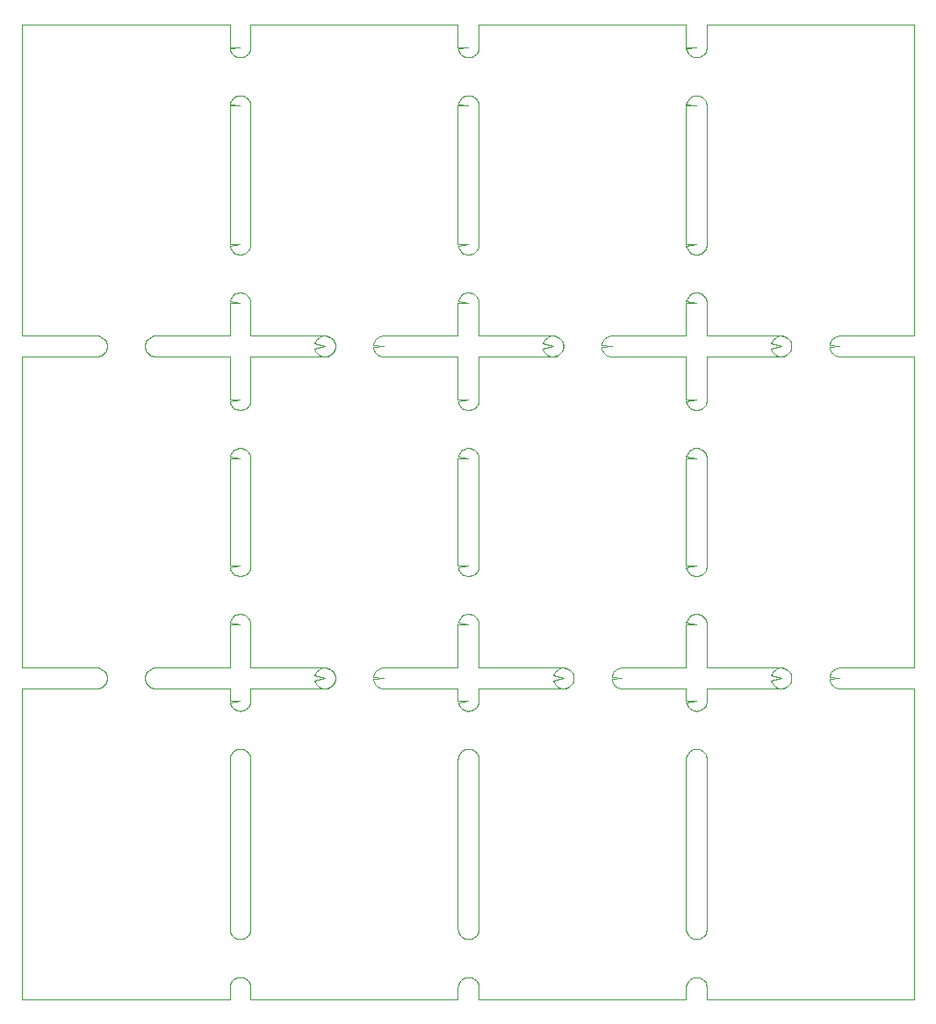
<source format=gko>
%MOIN*%
%OFA0B0*%
%FSLAX36Y36*%
%IPPOS*%
%LPD*%
%ADD10C,0*%
D10*
X001732283Y002440944D02*
X001732283Y002440944D01*
X001732283Y002276709D01*
X001731798Y002270550D01*
X001730356Y002264543D01*
X001727992Y002258836D01*
X001724764Y002253568D01*
X001720752Y002248870D01*
X001716054Y002244858D01*
X001710787Y002241630D01*
X001705079Y002239266D01*
X001699072Y002237824D01*
X001692913Y002237339D01*
X001686754Y002237824D01*
X001680747Y002239266D01*
X001675039Y002241630D01*
X001669772Y002244858D01*
X001665074Y002248870D01*
X001661062Y002253568D01*
X001657834Y002258836D01*
X001655470Y002264543D01*
X001654028Y002270550D01*
X001692913Y002276709D01*
X001653543Y002276709D01*
X001653543Y002440944D01*
X001371197Y002440944D01*
X001368108Y002441066D01*
X001365039Y002441429D01*
X001362007Y002442032D01*
X001359031Y002442871D01*
X001356131Y002443941D01*
X001353324Y002445235D01*
X001350627Y002446746D01*
X001348056Y002448463D01*
X001345629Y002450377D01*
X001343359Y002452476D01*
X001341260Y002454746D01*
X001339346Y002457173D01*
X001337629Y002459744D01*
X001336118Y002462441D01*
X001334824Y002465248D01*
X001333754Y002468148D01*
X001332915Y002471124D01*
X001332312Y002474156D01*
X001331949Y002477226D01*
X001371197Y002480314D01*
X001331949Y002483403D01*
X001332312Y002486473D01*
X001332915Y002489505D01*
X001333754Y002492480D01*
X001334824Y002495381D01*
X001336118Y002498188D01*
X001337629Y002500885D01*
X001339346Y002503456D01*
X001341260Y002505883D01*
X001343359Y002508153D01*
X001345629Y002510252D01*
X001348056Y002512166D01*
X001350627Y002513883D01*
X001353324Y002515393D01*
X001356131Y002516688D01*
X001359031Y002517758D01*
X001362007Y002518597D01*
X001365039Y002519200D01*
X001368108Y002519563D01*
X001371197Y002519685D01*
X001653543Y002519685D01*
X001653543Y002644550D01*
X001692913Y002644550D01*
X001654028Y002650708D01*
X001655470Y002656716D01*
X001657834Y002662423D01*
X001661062Y002667691D01*
X001665074Y002672388D01*
X001669772Y002676401D01*
X001675039Y002679629D01*
X001680747Y002681993D01*
X001686754Y002683435D01*
X001692913Y002683920D01*
X001699072Y002683435D01*
X001705079Y002681993D01*
X001710787Y002679629D01*
X001716054Y002676401D01*
X001720752Y002672388D01*
X001724764Y002667691D01*
X001727992Y002662423D01*
X001730356Y002656716D01*
X001731798Y002650708D01*
X001732283Y002644550D01*
X001732283Y002519685D01*
X002014628Y002519685D01*
X002023819Y002518597D01*
X002032502Y002515393D01*
X002040197Y002510252D01*
X002046479Y002503456D01*
X002051002Y002495381D01*
X002053514Y002486473D01*
X002053877Y002477226D01*
X002052072Y002468148D01*
X002048197Y002459744D01*
X002042467Y002452476D01*
X002035199Y002446746D01*
X002026794Y002442871D01*
X002017717Y002441066D01*
X002008470Y002441429D01*
X001999562Y002443941D01*
X001991487Y002448463D01*
X001984691Y002454746D01*
X001979549Y002462441D01*
X001976346Y002471124D01*
X002014628Y002480314D01*
X001976346Y002489505D01*
X001979549Y002498188D01*
X001984691Y002505883D01*
X001991487Y002512166D01*
X001999562Y002516688D01*
X002008470Y002519200D01*
X002017717Y002519563D01*
X002026794Y002517758D01*
X002035199Y002513883D01*
X002042467Y002508153D01*
X002048197Y002500885D01*
X002052072Y002492480D01*
X002053877Y002483403D01*
X002053514Y002474156D01*
X002051002Y002465248D01*
X002046479Y002457173D01*
X002040197Y002450377D01*
X002032502Y002445235D01*
X002023819Y002442032D01*
X002014628Y002440944D01*
X001732283Y002440944D01*
X001732283Y001424077D02*
X001732283Y001424077D01*
X001732283Y001259842D01*
X002053998Y001259842D01*
X002063189Y001258754D01*
X002071872Y001255551D01*
X002079567Y001250409D01*
X002085849Y001243613D01*
X002090372Y001235538D01*
X002092884Y001226631D01*
X002093247Y001217383D01*
X002091442Y001208306D01*
X002087567Y001199901D01*
X002081837Y001192633D01*
X002074569Y001186903D01*
X002066164Y001183029D01*
X002057087Y001181223D01*
X002047840Y001181587D01*
X002038932Y001184099D01*
X002030857Y001188621D01*
X002024061Y001194903D01*
X002018919Y001202598D01*
X002015716Y001211281D01*
X002053998Y001220472D01*
X002015716Y001229663D01*
X002018919Y001238346D01*
X002024061Y001246041D01*
X002030857Y001252323D01*
X002038932Y001256845D01*
X002047840Y001259357D01*
X002057087Y001259721D01*
X002066164Y001257915D01*
X002074569Y001254040D01*
X002081837Y001248311D01*
X002087567Y001241043D01*
X002091442Y001232638D01*
X002093247Y001223561D01*
X002092884Y001214313D01*
X002090372Y001205406D01*
X002085849Y001197331D01*
X002079567Y001190535D01*
X002071872Y001185393D01*
X002063189Y001182190D01*
X002053998Y001181102D01*
X001732283Y001181102D01*
X001732283Y001134977D01*
X001731798Y001128818D01*
X001730356Y001122811D01*
X001727992Y001117103D01*
X001724764Y001111836D01*
X001720752Y001107138D01*
X001716054Y001103126D01*
X001710787Y001099898D01*
X001705079Y001097534D01*
X001699072Y001096092D01*
X001692913Y001095607D01*
X001686754Y001096092D01*
X001680747Y001097534D01*
X001675039Y001099898D01*
X001669772Y001103126D01*
X001665074Y001107138D01*
X001661062Y001111836D01*
X001657834Y001117103D01*
X001655470Y001122811D01*
X001654028Y001128818D01*
X001692913Y001134977D01*
X001653543Y001134977D01*
X001653543Y001181102D01*
X001371197Y001181102D01*
X001368108Y001181223D01*
X001365039Y001181587D01*
X001362007Y001182190D01*
X001359031Y001183029D01*
X001356131Y001184099D01*
X001353324Y001185393D01*
X001350627Y001186903D01*
X001348056Y001188621D01*
X001345629Y001190535D01*
X001343359Y001192633D01*
X001341260Y001194903D01*
X001339346Y001197331D01*
X001337629Y001199901D01*
X001336118Y001202598D01*
X001334824Y001205406D01*
X001333754Y001208306D01*
X001332915Y001211281D01*
X001332312Y001214313D01*
X001331949Y001217383D01*
X001371197Y001220472D01*
X001331949Y001223561D01*
X001332312Y001226631D01*
X001332915Y001229663D01*
X001333754Y001232638D01*
X001334824Y001235538D01*
X001336118Y001238346D01*
X001337629Y001241043D01*
X001339346Y001243613D01*
X001341260Y001246041D01*
X001343359Y001248311D01*
X001345629Y001250409D01*
X001348056Y001252323D01*
X001350627Y001254040D01*
X001353324Y001255551D01*
X001356131Y001256845D01*
X001359031Y001257915D01*
X001362007Y001258754D01*
X001365039Y001259357D01*
X001368108Y001259721D01*
X001371197Y001259842D01*
X001653543Y001259842D01*
X001653543Y001424077D01*
X001692913Y001424077D01*
X001654028Y001430236D01*
X001655470Y001436243D01*
X001657834Y001441951D01*
X001661062Y001447218D01*
X001665074Y001451916D01*
X001669772Y001455928D01*
X001675039Y001459156D01*
X001680747Y001461520D01*
X001686754Y001462963D01*
X001692913Y001463447D01*
X001699072Y001462963D01*
X001705079Y001461520D01*
X001710787Y001459156D01*
X001716054Y001455928D01*
X001720752Y001451916D01*
X001724764Y001447218D01*
X001727992Y001441951D01*
X001730356Y001436243D01*
X001731798Y001430236D01*
X001732283Y001424077D01*
X002276709Y001259842D02*
X002276709Y001259842D01*
X002519685Y001259842D01*
X002519685Y001424077D01*
X002559055Y001424077D01*
X002520169Y001430236D01*
X002521611Y001436243D01*
X002523976Y001441951D01*
X002527204Y001447218D01*
X002531216Y001451916D01*
X002535913Y001455928D01*
X002541181Y001459156D01*
X002546889Y001461520D01*
X002552896Y001462963D01*
X002559055Y001463447D01*
X002565213Y001462963D01*
X002571221Y001461520D01*
X002576928Y001459156D01*
X002582196Y001455928D01*
X002586893Y001451916D01*
X002590906Y001447218D01*
X002594134Y001441951D01*
X002596498Y001436243D01*
X002597940Y001430236D01*
X002598425Y001424077D01*
X002598425Y001259842D01*
X002880770Y001259842D01*
X002889961Y001258754D01*
X002898644Y001255551D01*
X002906339Y001250409D01*
X002912621Y001243613D01*
X002917143Y001235538D01*
X002919655Y001226631D01*
X002920019Y001217383D01*
X002918213Y001208306D01*
X002914339Y001199901D01*
X002908609Y001192633D01*
X002901341Y001186903D01*
X002892936Y001183029D01*
X002883859Y001181223D01*
X002874611Y001181587D01*
X002865704Y001184099D01*
X002857629Y001188621D01*
X002850833Y001194903D01*
X002845691Y001202598D01*
X002842488Y001211281D01*
X002880770Y001220472D01*
X002842488Y001229663D01*
X002845691Y001238346D01*
X002850833Y001246041D01*
X002857629Y001252323D01*
X002865704Y001256845D01*
X002874611Y001259357D01*
X002883859Y001259721D01*
X002892936Y001257915D01*
X002901341Y001254040D01*
X002908609Y001248311D01*
X002914339Y001241043D01*
X002918213Y001232638D01*
X002920019Y001223561D01*
X002919655Y001214313D01*
X002917143Y001205406D01*
X002912621Y001197331D01*
X002906339Y001190535D01*
X002898644Y001185393D01*
X002889961Y001182190D01*
X002880770Y001181102D01*
X002598425Y001181102D01*
X002598425Y001134977D01*
X002597940Y001128818D01*
X002596498Y001122811D01*
X002594134Y001117103D01*
X002590906Y001111836D01*
X002586893Y001107138D01*
X002582196Y001103126D01*
X002576928Y001099898D01*
X002571221Y001097534D01*
X002565213Y001096092D01*
X002559055Y001095607D01*
X002552896Y001096092D01*
X002546889Y001097534D01*
X002541181Y001099898D01*
X002535913Y001103126D01*
X002531216Y001107138D01*
X002527204Y001111836D01*
X002523976Y001117103D01*
X002521611Y001122811D01*
X002520169Y001128818D01*
X002559055Y001134977D01*
X002519685Y001134977D01*
X002519685Y001181102D01*
X002276709Y001181102D01*
X002273620Y001181223D01*
X002270550Y001181587D01*
X002267518Y001182190D01*
X002264543Y001183029D01*
X002261643Y001184099D01*
X002258836Y001185393D01*
X002256138Y001186903D01*
X002253568Y001188621D01*
X002251140Y001190535D01*
X002248870Y001192633D01*
X002246772Y001194903D01*
X002244858Y001197331D01*
X002243141Y001199901D01*
X002241630Y001202598D01*
X002240336Y001205406D01*
X002239266Y001208306D01*
X002238427Y001211281D01*
X002237824Y001214313D01*
X002237461Y001217383D01*
X002276709Y001220472D01*
X002237461Y001223561D01*
X002237824Y001226631D01*
X002238427Y001229663D01*
X002239266Y001232638D01*
X002240336Y001235538D01*
X002241630Y001238346D01*
X002243141Y001241043D01*
X002244858Y001243613D01*
X002246772Y001246041D01*
X002248870Y001248311D01*
X002251140Y001250409D01*
X002253568Y001252323D01*
X002256138Y001254040D01*
X002258836Y001255551D01*
X002261643Y001256845D01*
X002264543Y001257915D01*
X002267518Y001258754D01*
X002270550Y001259357D01*
X002273620Y001259721D01*
X002276709Y001259842D01*
X000787401Y003392581D02*
X000787401Y003392581D01*
X000826771Y003392581D01*
X000787886Y003398740D01*
X000789328Y003404747D01*
X000791692Y003410455D01*
X000794920Y003415722D01*
X000798932Y003420420D01*
X000803630Y003424432D01*
X000808898Y003427660D01*
X000814605Y003430024D01*
X000820612Y003431466D01*
X000826771Y003431951D01*
X000832930Y003431466D01*
X000838937Y003430024D01*
X000844645Y003427660D01*
X000849912Y003424432D01*
X000854610Y003420420D01*
X000858622Y003415722D01*
X000861850Y003410455D01*
X000864214Y003404747D01*
X000865657Y003398740D01*
X000866141Y003392581D01*
X000866141Y002867260D01*
X000865657Y002861102D01*
X000864214Y002855094D01*
X000861850Y002849387D01*
X000858622Y002844119D01*
X000854610Y002839422D01*
X000849912Y002835409D01*
X000844645Y002832181D01*
X000838937Y002829817D01*
X000832930Y002828375D01*
X000826771Y002827890D01*
X000820612Y002828375D01*
X000814605Y002829817D01*
X000808898Y002832181D01*
X000803630Y002835409D01*
X000798932Y002839422D01*
X000794920Y002844119D01*
X000791692Y002849387D01*
X000789328Y002855094D01*
X000787886Y002861102D01*
X000826771Y002867260D01*
X000787401Y002867260D01*
X000787401Y003392581D01*
X002598425Y002276709D02*
X002598425Y002276709D01*
X002597940Y002270550D01*
X002596498Y002264543D01*
X002594134Y002258836D01*
X002590906Y002253568D01*
X002586893Y002248870D01*
X002582196Y002244858D01*
X002576928Y002241630D01*
X002571221Y002239266D01*
X002565213Y002237824D01*
X002559055Y002237339D01*
X002552896Y002237824D01*
X002546889Y002239266D01*
X002541181Y002241630D01*
X002535913Y002244858D01*
X002531216Y002248870D01*
X002527204Y002253568D01*
X002523976Y002258836D01*
X002521611Y002264543D01*
X002520169Y002270550D01*
X002559055Y002276709D01*
X002519685Y002276709D01*
X002519685Y002440944D01*
X002237339Y002440944D01*
X002234250Y002441066D01*
X002231180Y002441429D01*
X002228148Y002442032D01*
X002225173Y002442871D01*
X002222273Y002443941D01*
X002219466Y002445235D01*
X002216768Y002446746D01*
X002214198Y002448463D01*
X002211770Y002450377D01*
X002209500Y002452476D01*
X002207402Y002454746D01*
X002205488Y002457173D01*
X002203771Y002459744D01*
X002202260Y002462441D01*
X002200966Y002465248D01*
X002199896Y002468148D01*
X002199057Y002471124D01*
X002198454Y002474156D01*
X002198090Y002477226D01*
X002237339Y002480314D01*
X002198090Y002483403D01*
X002198454Y002486473D01*
X002199057Y002489505D01*
X002199896Y002492480D01*
X002200966Y002495381D01*
X002202260Y002498188D01*
X002203771Y002500885D01*
X002205488Y002503456D01*
X002207402Y002505883D01*
X002209500Y002508153D01*
X002211770Y002510252D01*
X002214198Y002512166D01*
X002216768Y002513883D01*
X002219466Y002515393D01*
X002222273Y002516688D01*
X002225173Y002517758D01*
X002228148Y002518597D01*
X002231180Y002519200D01*
X002234250Y002519563D01*
X002237339Y002519685D01*
X002519685Y002519685D01*
X002519685Y002644550D01*
X002559055Y002644550D01*
X002520169Y002650708D01*
X002521611Y002656716D01*
X002523976Y002662423D01*
X002527204Y002667691D01*
X002531216Y002672388D01*
X002535913Y002676401D01*
X002541181Y002679629D01*
X002546889Y002681993D01*
X002552896Y002683435D01*
X002559055Y002683920D01*
X002565213Y002683435D01*
X002571221Y002681993D01*
X002576928Y002679629D01*
X002582196Y002676401D01*
X002586893Y002672388D01*
X002590906Y002667691D01*
X002594134Y002662423D01*
X002596498Y002656716D01*
X002597940Y002650708D01*
X002598425Y002644550D01*
X002598425Y002519685D01*
X002880770Y002519685D01*
X002889961Y002518597D01*
X002898644Y002515393D01*
X002906339Y002510252D01*
X002912621Y002503456D01*
X002917143Y002495381D01*
X002919655Y002486473D01*
X002920019Y002477226D01*
X002918213Y002468148D01*
X002914339Y002459744D01*
X002908609Y002452476D01*
X002901341Y002446746D01*
X002892936Y002442871D01*
X002883859Y002441066D01*
X002874611Y002441429D01*
X002865704Y002443941D01*
X002857629Y002448463D01*
X002850833Y002454746D01*
X002845691Y002462441D01*
X002842488Y002471124D01*
X002880770Y002480314D01*
X002842488Y002489505D01*
X002845691Y002498188D01*
X002850833Y002505883D01*
X002857629Y002512166D01*
X002865704Y002516688D01*
X002874611Y002519200D01*
X002883859Y002519563D01*
X002892936Y002517758D01*
X002901341Y002513883D01*
X002908609Y002508153D01*
X002914339Y002500885D01*
X002918213Y002492480D01*
X002920019Y002483403D01*
X002919655Y002474156D01*
X002917143Y002465248D01*
X002912621Y002457173D01*
X002906339Y002450377D01*
X002898644Y002445235D01*
X002889961Y002442032D01*
X002880770Y002440944D01*
X002598425Y002440944D01*
X002598425Y002276709D01*
X002598425Y001646788D02*
X002598425Y001646788D01*
X002597940Y001640629D01*
X002596498Y001634622D01*
X002594134Y001628914D01*
X002590906Y001623647D01*
X002586893Y001618949D01*
X002582196Y001614937D01*
X002576928Y001611709D01*
X002571221Y001609345D01*
X002565213Y001607903D01*
X002559055Y001607418D01*
X002552896Y001607903D01*
X002546889Y001609345D01*
X002541181Y001611709D01*
X002535913Y001614937D01*
X002531216Y001618949D01*
X002527204Y001623647D01*
X002523976Y001628914D01*
X002521611Y001634622D01*
X002520169Y001640629D01*
X002559055Y001646788D01*
X002519685Y001646788D01*
X002519685Y002053998D01*
X002559055Y002053998D01*
X002520169Y002060157D01*
X002521611Y002066164D01*
X002523976Y002071872D01*
X002527204Y002077140D01*
X002531216Y002081837D01*
X002535913Y002085849D01*
X002541181Y002089077D01*
X002546889Y002091442D01*
X002552896Y002092884D01*
X002559055Y002093369D01*
X002565213Y002092884D01*
X002571221Y002091442D01*
X002576928Y002089077D01*
X002582196Y002085849D01*
X002586893Y002081837D01*
X002590906Y002077140D01*
X002594134Y002071872D01*
X002596498Y002066164D01*
X002597940Y002060157D01*
X002598425Y002053998D01*
X002598425Y001646788D01*
X001732283Y001646788D02*
X001732283Y001646788D01*
X001731798Y001640629D01*
X001730356Y001634622D01*
X001727992Y001628914D01*
X001724764Y001623647D01*
X001720752Y001618949D01*
X001716054Y001614937D01*
X001710787Y001611709D01*
X001705079Y001609345D01*
X001699072Y001607903D01*
X001692913Y001607418D01*
X001686754Y001607903D01*
X001680747Y001609345D01*
X001675039Y001611709D01*
X001669772Y001614937D01*
X001665074Y001618949D01*
X001661062Y001623647D01*
X001657834Y001628914D01*
X001655470Y001634622D01*
X001654028Y001640629D01*
X001692913Y001646788D01*
X001653543Y001646788D01*
X001653543Y002053998D01*
X001692913Y002053998D01*
X001654028Y002060157D01*
X001655470Y002066164D01*
X001657834Y002071872D01*
X001661062Y002077140D01*
X001665074Y002081837D01*
X001669772Y002085849D01*
X001675039Y002089077D01*
X001680747Y002091442D01*
X001686754Y002092884D01*
X001692913Y002093369D01*
X001699072Y002092884D01*
X001705079Y002091442D01*
X001710787Y002089077D01*
X001716054Y002085849D01*
X001720752Y002081837D01*
X001724764Y002077140D01*
X001727992Y002071872D01*
X001730356Y002066164D01*
X001731798Y002060157D01*
X001732283Y002053998D01*
X001732283Y001646788D01*
X000866141Y002276709D02*
X000866141Y002276709D01*
X000865657Y002270550D01*
X000864214Y002264543D01*
X000861850Y002258836D01*
X000858622Y002253568D01*
X000854610Y002248870D01*
X000849912Y002244858D01*
X000844645Y002241630D01*
X000838937Y002239266D01*
X000832930Y002237824D01*
X000826771Y002237339D01*
X000820612Y002237824D01*
X000814605Y002239266D01*
X000808898Y002241630D01*
X000803630Y002244858D01*
X000798932Y002248870D01*
X000794920Y002253568D01*
X000791692Y002258836D01*
X000789328Y002264543D01*
X000787886Y002270550D01*
X000826771Y002276709D01*
X000787401Y002276709D01*
X000787401Y002440944D01*
X000505056Y002440944D01*
X000498897Y002441429D01*
X000492890Y002442871D01*
X000487182Y002445235D01*
X000481915Y002448463D01*
X000477217Y002452476D01*
X000473205Y002457173D01*
X000469977Y002462441D01*
X000467613Y002468148D01*
X000466170Y002474156D01*
X000465686Y002480314D01*
X000466170Y002486473D01*
X000467613Y002492480D01*
X000469977Y002498188D01*
X000473205Y002503456D01*
X000477217Y002508153D01*
X000481915Y002512166D01*
X000487182Y002515393D01*
X000492890Y002517758D01*
X000498897Y002519200D01*
X000505056Y002519685D01*
X000505056Y002519685D01*
X000787401Y002519685D01*
X000787401Y002644550D01*
X000826771Y002644550D01*
X000787886Y002650708D01*
X000789328Y002656716D01*
X000791692Y002662423D01*
X000794920Y002667691D01*
X000798932Y002672388D01*
X000803630Y002676401D01*
X000808898Y002679629D01*
X000814605Y002681993D01*
X000820612Y002683435D01*
X000826771Y002683920D01*
X000832930Y002683435D01*
X000838937Y002681993D01*
X000844645Y002679629D01*
X000849912Y002676401D01*
X000854610Y002672388D01*
X000858622Y002667691D01*
X000861850Y002662423D01*
X000864214Y002656716D01*
X000865657Y002650708D01*
X000866141Y002644550D01*
X000866141Y002519685D01*
X001148487Y002519685D01*
X001157677Y002518597D01*
X001166360Y002515393D01*
X001174055Y002510252D01*
X001180338Y002503456D01*
X001184860Y002495381D01*
X001187372Y002486473D01*
X001187735Y002477226D01*
X001185930Y002468148D01*
X001182055Y002459744D01*
X001176325Y002452476D01*
X001169057Y002446746D01*
X001160653Y002442871D01*
X001151576Y002441066D01*
X001142328Y002441429D01*
X001133420Y002443941D01*
X001125345Y002448463D01*
X001118549Y002454746D01*
X001113408Y002462441D01*
X001110204Y002471124D01*
X001148487Y002480314D01*
X001110204Y002489505D01*
X001113408Y002498188D01*
X001118549Y002505883D01*
X001125345Y002512166D01*
X001133420Y002516688D01*
X001142328Y002519200D01*
X001151576Y002519563D01*
X001160653Y002517758D01*
X001169057Y002513883D01*
X001176325Y002508153D01*
X001182055Y002500885D01*
X001185930Y002492480D01*
X001187735Y002483403D01*
X001187372Y002474156D01*
X001184860Y002465248D01*
X001180338Y002457173D01*
X001174055Y002450377D01*
X001166360Y002445235D01*
X001157677Y002442032D01*
X001148487Y002440944D01*
X000866141Y002440944D01*
X000866141Y002276709D01*
X001732283Y002867260D02*
X001732283Y002867260D01*
X001731798Y002861102D01*
X001730356Y002855094D01*
X001727992Y002849387D01*
X001724764Y002844119D01*
X001720752Y002839422D01*
X001716054Y002835409D01*
X001710787Y002832181D01*
X001705079Y002829817D01*
X001699072Y002828375D01*
X001692913Y002827890D01*
X001686754Y002828375D01*
X001680747Y002829817D01*
X001675039Y002832181D01*
X001669772Y002835409D01*
X001665074Y002839422D01*
X001661062Y002844119D01*
X001657834Y002849387D01*
X001655470Y002855094D01*
X001654028Y002861102D01*
X001692913Y002867260D01*
X001653543Y002867260D01*
X001653543Y003392581D01*
X001692913Y003392581D01*
X001654028Y003398740D01*
X001655470Y003404747D01*
X001657834Y003410455D01*
X001661062Y003415722D01*
X001665074Y003420420D01*
X001669772Y003424432D01*
X001675039Y003427660D01*
X001680747Y003430024D01*
X001686754Y003431466D01*
X001692913Y003431951D01*
X001699072Y003431466D01*
X001705079Y003430024D01*
X001710787Y003427660D01*
X001716054Y003424432D01*
X001720752Y003420420D01*
X001724764Y003415722D01*
X001727992Y003410455D01*
X001730356Y003404747D01*
X001731798Y003398740D01*
X001732283Y003392581D01*
X001732283Y002867260D01*
X000866141Y001646788D02*
X000866141Y001646788D01*
X000865657Y001640629D01*
X000864214Y001634622D01*
X000861850Y001628914D01*
X000858622Y001623647D01*
X000854610Y001618949D01*
X000849912Y001614937D01*
X000844645Y001611709D01*
X000838937Y001609345D01*
X000832930Y001607903D01*
X000826771Y001607418D01*
X000820612Y001607903D01*
X000814605Y001609345D01*
X000808898Y001611709D01*
X000803630Y001614937D01*
X000798932Y001618949D01*
X000794920Y001623647D01*
X000791692Y001628914D01*
X000789328Y001634622D01*
X000787886Y001640629D01*
X000826771Y001646788D01*
X000787401Y001646788D01*
X000787401Y002053998D01*
X000826771Y002053998D01*
X000787886Y002060157D01*
X000789328Y002066164D01*
X000791692Y002071872D01*
X000794920Y002077140D01*
X000798932Y002081837D01*
X000803630Y002085849D01*
X000808898Y002089077D01*
X000814605Y002091442D01*
X000820612Y002092884D01*
X000826771Y002093369D01*
X000832930Y002092884D01*
X000838937Y002091442D01*
X000844645Y002089077D01*
X000849912Y002085849D01*
X000854610Y002081837D01*
X000858622Y002077140D01*
X000861850Y002071872D01*
X000864214Y002066164D01*
X000865657Y002060157D01*
X000866141Y002053998D01*
X000866141Y001646788D01*
X002519685Y000046124D02*
X002519685Y000046124D01*
X002520169Y000052283D01*
X002521611Y000058290D01*
X002523976Y000063998D01*
X002527204Y000069266D01*
X002531216Y000073963D01*
X002535913Y000077975D01*
X002541181Y000081203D01*
X002546889Y000083568D01*
X002552896Y000085010D01*
X002559055Y000085494D01*
X002565213Y000085010D01*
X002571221Y000083568D01*
X002576928Y000081203D01*
X002582196Y000077975D01*
X002586893Y000073963D01*
X002590906Y000069266D01*
X002594134Y000063998D01*
X002596498Y000058290D01*
X002597940Y000052283D01*
X002598425Y000046124D01*
X002598425Y000046124D01*
X002598425Y000046124D01*
X002598425Y000046124D01*
X002598425Y000000000D01*
X003385826Y000000000D01*
X003385826Y001181102D01*
X003103481Y001181102D01*
X003100392Y001181223D01*
X003097322Y001181587D01*
X003094290Y001182190D01*
X003091315Y001183029D01*
X003088415Y001184099D01*
X003085607Y001185393D01*
X003082910Y001186903D01*
X003080340Y001188621D01*
X003077912Y001190535D01*
X003075642Y001192633D01*
X003073544Y001194903D01*
X003071630Y001197331D01*
X003069912Y001199901D01*
X003068402Y001202598D01*
X003067108Y001205406D01*
X003066038Y001208306D01*
X003065199Y001211281D01*
X003064596Y001214313D01*
X003064232Y001217383D01*
X003103481Y001220472D01*
X003064232Y001223561D01*
X003064596Y001226631D01*
X003065199Y001229663D01*
X003066038Y001232638D01*
X003067108Y001235538D01*
X003068402Y001238346D01*
X003069912Y001241043D01*
X003071630Y001243613D01*
X003073544Y001246041D01*
X003075642Y001248311D01*
X003077912Y001250409D01*
X003080340Y001252323D01*
X003082910Y001254040D01*
X003085607Y001255551D01*
X003088415Y001256845D01*
X003091315Y001257915D01*
X003094290Y001258754D01*
X003097322Y001259357D01*
X003100392Y001259721D01*
X003103481Y001259842D01*
X003385826Y001259842D01*
X003385826Y002440944D01*
X003103481Y002440944D01*
X003100392Y002441066D01*
X003097322Y002441429D01*
X003094290Y002442032D01*
X003091315Y002442871D01*
X003088415Y002443941D01*
X003085607Y002445235D01*
X003082910Y002446746D01*
X003080340Y002448463D01*
X003077912Y002450377D01*
X003075642Y002452476D01*
X003073544Y002454746D01*
X003071630Y002457173D01*
X003069912Y002459744D01*
X003068402Y002462441D01*
X003067108Y002465248D01*
X003066038Y002468148D01*
X003065199Y002471124D01*
X003064596Y002474156D01*
X003064232Y002477226D01*
X003103481Y002480314D01*
X003064232Y002483403D01*
X003064596Y002486473D01*
X003065199Y002489505D01*
X003066038Y002492480D01*
X003067108Y002495381D01*
X003068402Y002498188D01*
X003069912Y002500885D01*
X003071630Y002503456D01*
X003073544Y002505883D01*
X003075642Y002508153D01*
X003077912Y002510252D01*
X003080340Y002512166D01*
X003082910Y002513883D01*
X003085607Y002515393D01*
X003088415Y002516688D01*
X003091315Y002517758D01*
X003094290Y002518597D01*
X003097322Y002519200D01*
X003100392Y002519563D01*
X003103481Y002519685D01*
X003385826Y002519685D01*
X003385826Y003700787D01*
X002598425Y003700787D01*
X002598425Y003615292D01*
X002597940Y003609133D01*
X002596498Y003603126D01*
X002594134Y003597418D01*
X002590906Y003592151D01*
X002586893Y003587453D01*
X002582196Y003583441D01*
X002576928Y003580213D01*
X002571221Y003577849D01*
X002565213Y003576407D01*
X002559055Y003575922D01*
X002552896Y003576407D01*
X002546889Y003577849D01*
X002541181Y003580213D01*
X002535913Y003583441D01*
X002531216Y003587453D01*
X002527204Y003592151D01*
X002523976Y003597418D01*
X002521611Y003603126D01*
X002520169Y003609133D01*
X002559055Y003615292D01*
X002519685Y003615292D01*
X002519685Y003700787D01*
X001732283Y003700787D01*
X001732283Y003615292D01*
X001731798Y003609133D01*
X001730356Y003603126D01*
X001727992Y003597418D01*
X001724764Y003592151D01*
X001720752Y003587453D01*
X001716054Y003583441D01*
X001710787Y003580213D01*
X001705079Y003577849D01*
X001699072Y003576407D01*
X001692913Y003575922D01*
X001686754Y003576407D01*
X001680747Y003577849D01*
X001675039Y003580213D01*
X001669772Y003583441D01*
X001665074Y003587453D01*
X001661062Y003592151D01*
X001657834Y003597418D01*
X001655470Y003603126D01*
X001654028Y003609133D01*
X001692913Y003615292D01*
X001653543Y003615292D01*
X001653543Y003700787D01*
X000866141Y003700787D01*
X000866141Y003615292D01*
X000865657Y003609133D01*
X000864214Y003603126D01*
X000861850Y003597418D01*
X000858622Y003592151D01*
X000854610Y003587453D01*
X000849912Y003583441D01*
X000844645Y003580213D01*
X000838937Y003577849D01*
X000832930Y003576407D01*
X000826771Y003575922D01*
X000820612Y003576407D01*
X000814605Y003577849D01*
X000808898Y003580213D01*
X000803630Y003583441D01*
X000798932Y003587453D01*
X000794920Y003592151D01*
X000791692Y003597418D01*
X000789328Y003603126D01*
X000787886Y003609133D01*
X000826771Y003615292D01*
X000787401Y003615292D01*
X000787401Y003700787D01*
X000000000Y003700787D01*
X000000000Y002519685D01*
X000282345Y002519685D01*
X000288504Y002519200D01*
X000294511Y002517758D01*
X000300219Y002515393D01*
X000305486Y002512166D01*
X000310184Y002508153D01*
X000314196Y002503456D01*
X000317424Y002498188D01*
X000319788Y002492480D01*
X000321230Y002486473D01*
X000321715Y002480314D01*
X000321230Y002474156D01*
X000319788Y002468148D01*
X000317424Y002462441D01*
X000314196Y002457173D01*
X000310184Y002452476D01*
X000305486Y002448463D01*
X000300219Y002445235D01*
X000294511Y002442871D01*
X000288504Y002441429D01*
X000282345Y002440944D01*
X000282345Y002440944D01*
X000000000Y002440944D01*
X000000000Y001259842D01*
X000282345Y001259842D01*
X000288504Y001259357D01*
X000294511Y001257915D01*
X000300219Y001255551D01*
X000305486Y001252323D01*
X000310184Y001248311D01*
X000314196Y001243613D01*
X000317424Y001238346D01*
X000319788Y001232638D01*
X000321230Y001226631D01*
X000321715Y001220472D01*
X000321230Y001214313D01*
X000319788Y001208306D01*
X000317424Y001202598D01*
X000314196Y001197331D01*
X000310184Y001192633D01*
X000305486Y001188621D01*
X000300219Y001185393D01*
X000294511Y001183029D01*
X000288504Y001181587D01*
X000282345Y001181102D01*
X000282345Y001181102D01*
X000000000Y001181102D01*
X000000000Y000000000D01*
X000787401Y000000000D01*
X000787401Y000046124D01*
X000787886Y000052283D01*
X000789328Y000058290D01*
X000791692Y000063998D01*
X000794920Y000069266D01*
X000798932Y000073963D01*
X000803630Y000077975D01*
X000808898Y000081203D01*
X000814605Y000083568D01*
X000820612Y000085010D01*
X000826771Y000085494D01*
X000832930Y000085010D01*
X000838937Y000083568D01*
X000844645Y000081203D01*
X000849912Y000077975D01*
X000854610Y000073963D01*
X000858622Y000069266D01*
X000861850Y000063998D01*
X000864214Y000058290D01*
X000865657Y000052283D01*
X000866141Y000046124D01*
X000866141Y000046124D01*
X000866141Y000046124D01*
X000866141Y000000000D01*
X001653543Y000000000D01*
X001653543Y000046124D01*
X001654028Y000052283D01*
X001655470Y000058290D01*
X001657834Y000063998D01*
X001661062Y000069266D01*
X001665074Y000073963D01*
X001669772Y000077975D01*
X001675039Y000081203D01*
X001680747Y000083568D01*
X001686754Y000085010D01*
X001692913Y000085494D01*
X001699072Y000085010D01*
X001705079Y000083568D01*
X001710787Y000081203D01*
X001716054Y000077975D01*
X001720752Y000073963D01*
X001724764Y000069266D01*
X001727992Y000063998D01*
X001730356Y000058290D01*
X001731798Y000052283D01*
X001732283Y000046124D01*
X001732283Y000046124D01*
X001732283Y000046124D01*
X001732283Y000046124D01*
X001732283Y000000000D01*
X002519685Y000000000D01*
X002519685Y000046124D01*
X002519685Y000912266D02*
X002519685Y000912266D01*
X002520169Y000918425D01*
X002521611Y000924432D01*
X002523976Y000930140D01*
X002527204Y000935407D01*
X002531216Y000940105D01*
X002535913Y000944117D01*
X002541181Y000947345D01*
X002546889Y000949709D01*
X002552896Y000951152D01*
X002559055Y000951636D01*
X002565213Y000951152D01*
X002571221Y000949709D01*
X002576928Y000947345D01*
X002582196Y000944117D01*
X002586893Y000940105D01*
X002590906Y000935407D01*
X002594134Y000930140D01*
X002596498Y000924432D01*
X002597940Y000918425D01*
X002598425Y000912266D01*
X002598425Y000912266D01*
X002598425Y000268835D01*
X002597940Y000262676D01*
X002596498Y000256669D01*
X002594134Y000250962D01*
X002590906Y000245694D01*
X002586893Y000240996D01*
X002582196Y000236984D01*
X002576928Y000233756D01*
X002571221Y000231392D01*
X002565213Y000229950D01*
X002559055Y000229465D01*
X002552896Y000229950D01*
X002546889Y000231392D01*
X002541181Y000233756D01*
X002535913Y000236984D01*
X002531216Y000240996D01*
X002527204Y000245694D01*
X002523976Y000250962D01*
X002521611Y000256669D01*
X002520169Y000262676D01*
X002519685Y000268835D01*
X002519685Y000268835D01*
X002519685Y000912266D01*
X001653543Y000912266D02*
X001653543Y000912266D01*
X001654028Y000918425D01*
X001655470Y000924432D01*
X001657834Y000930140D01*
X001661062Y000935407D01*
X001665074Y000940105D01*
X001669772Y000944117D01*
X001675039Y000947345D01*
X001680747Y000949709D01*
X001686754Y000951152D01*
X001692913Y000951636D01*
X001699072Y000951152D01*
X001705079Y000949709D01*
X001710787Y000947345D01*
X001716054Y000944117D01*
X001720752Y000940105D01*
X001724764Y000935407D01*
X001727992Y000930140D01*
X001730356Y000924432D01*
X001731798Y000918425D01*
X001732283Y000912266D01*
X001732283Y000912266D01*
X001732283Y000268835D01*
X001731798Y000262676D01*
X001730356Y000256669D01*
X001727992Y000250962D01*
X001724764Y000245694D01*
X001720752Y000240996D01*
X001716054Y000236984D01*
X001710787Y000233756D01*
X001705079Y000231392D01*
X001699072Y000229950D01*
X001692913Y000229465D01*
X001686754Y000229950D01*
X001680747Y000231392D01*
X001675039Y000233756D01*
X001669772Y000236984D01*
X001665074Y000240996D01*
X001661062Y000245694D01*
X001657834Y000250962D01*
X001655470Y000256669D01*
X001654028Y000262676D01*
X001653543Y000268835D01*
X001653543Y000268835D01*
X001653543Y000912266D01*
X002598425Y002867260D02*
X002598425Y002867260D01*
X002597940Y002861102D01*
X002596498Y002855094D01*
X002594134Y002849387D01*
X002590906Y002844119D01*
X002586893Y002839422D01*
X002582196Y002835409D01*
X002576928Y002832181D01*
X002571221Y002829817D01*
X002565213Y002828375D01*
X002559055Y002827890D01*
X002552896Y002828375D01*
X002546889Y002829817D01*
X002541181Y002832181D01*
X002535913Y002835409D01*
X002531216Y002839422D01*
X002527204Y002844119D01*
X002523976Y002849387D01*
X002521611Y002855094D01*
X002520169Y002861102D01*
X002559055Y002867260D01*
X002519685Y002867260D01*
X002519685Y003392581D01*
X002559055Y003392581D01*
X002520169Y003398740D01*
X002521611Y003404747D01*
X002523976Y003410455D01*
X002527204Y003415722D01*
X002531216Y003420420D01*
X002535913Y003424432D01*
X002541181Y003427660D01*
X002546889Y003430024D01*
X002552896Y003431466D01*
X002559055Y003431951D01*
X002565213Y003431466D01*
X002571221Y003430024D01*
X002576928Y003427660D01*
X002582196Y003424432D01*
X002586893Y003420420D01*
X002590906Y003415722D01*
X002594134Y003410455D01*
X002596498Y003404747D01*
X002597940Y003398740D01*
X002598425Y003392581D01*
X002598425Y002867260D01*
X000866141Y001134977D02*
X000866141Y001134977D01*
X000865657Y001128818D01*
X000864214Y001122811D01*
X000861850Y001117103D01*
X000858622Y001111836D01*
X000854610Y001107138D01*
X000849912Y001103126D01*
X000844645Y001099898D01*
X000838937Y001097534D01*
X000832930Y001096092D01*
X000826771Y001095607D01*
X000820612Y001096092D01*
X000814605Y001097534D01*
X000808898Y001099898D01*
X000803630Y001103126D01*
X000798932Y001107138D01*
X000794920Y001111836D01*
X000791692Y001117103D01*
X000789328Y001122811D01*
X000787886Y001128818D01*
X000826771Y001134977D01*
X000787401Y001134977D01*
X000787401Y001181102D01*
X000505056Y001181102D01*
X000498897Y001181587D01*
X000492890Y001183029D01*
X000487182Y001185393D01*
X000481915Y001188621D01*
X000477217Y001192633D01*
X000473205Y001197331D01*
X000469977Y001202598D01*
X000467613Y001208306D01*
X000466170Y001214313D01*
X000465686Y001220472D01*
X000466170Y001226631D01*
X000467613Y001232638D01*
X000469977Y001238346D01*
X000473205Y001243613D01*
X000477217Y001248311D01*
X000481915Y001252323D01*
X000487182Y001255551D01*
X000492890Y001257915D01*
X000498897Y001259357D01*
X000505056Y001259842D01*
X000505056Y001259842D01*
X000787401Y001259842D01*
X000787401Y001424077D01*
X000826771Y001424077D01*
X000787886Y001430236D01*
X000789328Y001436243D01*
X000791692Y001441951D01*
X000794920Y001447218D01*
X000798932Y001451916D01*
X000803630Y001455928D01*
X000808898Y001459156D01*
X000814605Y001461520D01*
X000820612Y001462963D01*
X000826771Y001463447D01*
X000832930Y001462963D01*
X000838937Y001461520D01*
X000844645Y001459156D01*
X000849912Y001455928D01*
X000854610Y001451916D01*
X000858622Y001447218D01*
X000861850Y001441951D01*
X000864214Y001436243D01*
X000865657Y001430236D01*
X000866141Y001424077D01*
X000866141Y001259842D01*
X001148487Y001259842D01*
X001157677Y001258754D01*
X001166360Y001255551D01*
X001174055Y001250409D01*
X001180338Y001243613D01*
X001184860Y001235538D01*
X001187372Y001226631D01*
X001187735Y001217383D01*
X001185930Y001208306D01*
X001182055Y001199901D01*
X001176325Y001192633D01*
X001169057Y001186903D01*
X001160653Y001183029D01*
X001151576Y001181223D01*
X001142328Y001181587D01*
X001133420Y001184099D01*
X001125345Y001188621D01*
X001118549Y001194903D01*
X001113408Y001202598D01*
X001110204Y001211281D01*
X001148487Y001220472D01*
X001110204Y001229663D01*
X001113408Y001238346D01*
X001118549Y001246041D01*
X001125345Y001252323D01*
X001133420Y001256845D01*
X001142328Y001259357D01*
X001151576Y001259721D01*
X001160653Y001257915D01*
X001169057Y001254040D01*
X001176325Y001248311D01*
X001182055Y001241043D01*
X001185930Y001232638D01*
X001187735Y001223561D01*
X001187372Y001214313D01*
X001184860Y001205406D01*
X001180338Y001197331D01*
X001174055Y001190535D01*
X001166360Y001185393D01*
X001157677Y001182190D01*
X001148487Y001181102D01*
X000866141Y001181102D01*
X000866141Y001134977D01*
X000866141Y000268835D02*
X000866141Y000268835D01*
X000865657Y000262676D01*
X000864214Y000256669D01*
X000861850Y000250962D01*
X000858622Y000245694D01*
X000854610Y000240996D01*
X000849912Y000236984D01*
X000844645Y000233756D01*
X000838937Y000231392D01*
X000832930Y000229950D01*
X000826771Y000229465D01*
X000820612Y000229950D01*
X000814605Y000231392D01*
X000808898Y000233756D01*
X000803630Y000236984D01*
X000798932Y000240996D01*
X000794920Y000245694D01*
X000791692Y000250962D01*
X000789328Y000256669D01*
X000787886Y000262676D01*
X000787401Y000268835D01*
X000787401Y000268835D01*
X000787401Y000912266D01*
X000787886Y000918425D01*
X000789328Y000924432D01*
X000791692Y000930140D01*
X000794920Y000935407D01*
X000798932Y000940105D01*
X000803630Y000944117D01*
X000808898Y000947345D01*
X000814605Y000949709D01*
X000820612Y000951152D01*
X000826771Y000951636D01*
X000832930Y000951152D01*
X000838937Y000949709D01*
X000844645Y000947345D01*
X000849912Y000944117D01*
X000854610Y000940105D01*
X000858622Y000935407D01*
X000861850Y000930140D01*
X000864214Y000924432D01*
X000865657Y000918425D01*
X000866141Y000912266D01*
X000866141Y000912266D01*
X000866141Y000268835D01*
M02*
</source>
